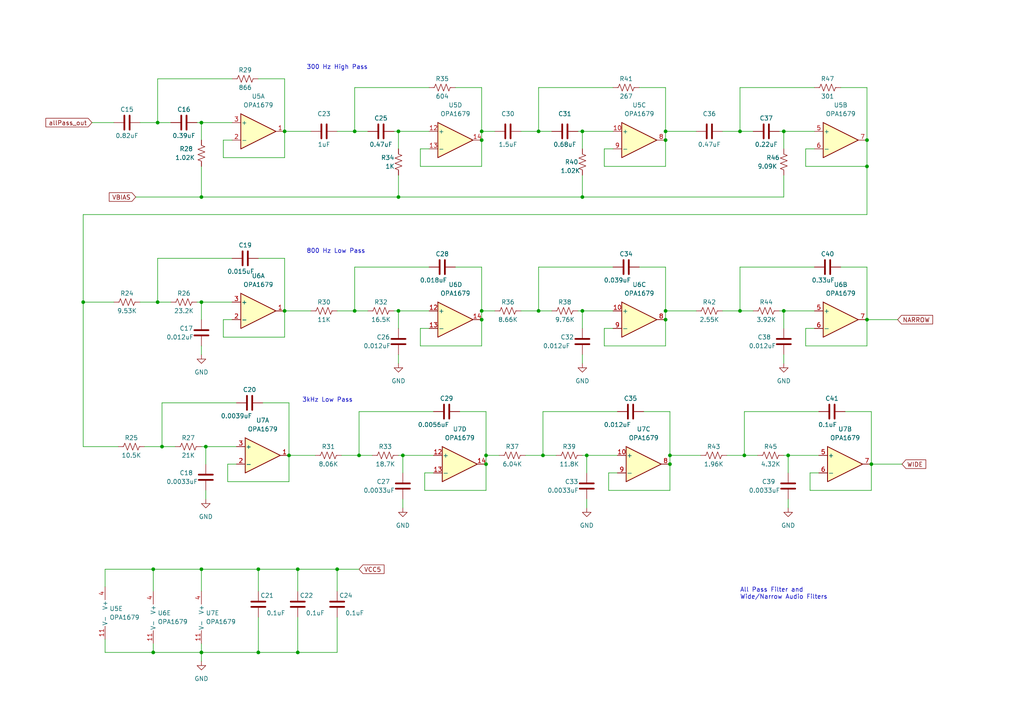
<source format=kicad_sch>
(kicad_sch (version 20211123) (generator eeschema)
  (paper "A4")
  (lib_symbols
    (symbol "Amplifier_Operational:OPA1679" (pin_names (offset 0.127))
      (property "Reference" "U" (at 0 5.08 0))
      (property "Value" "OPA1679" (at 0 -5.08 0))
      (symbol "OPA1679_1_1"
        (polyline (pts (xy -5.08 5.08) (xy 5.08 0) (xy -5.08 -5.08) (xy -5.08 5.08)) (stroke (width 0.254)) (fill (type background)))
        (pin output line (at 7.62 0 180) (length 2.54) (name "~") (number "1"))
        (pin input line (at -7.62 -2.54 0) (length 2.54) (name "-") (number "2"))
        (pin input line (at -7.62 2.54 0) (length 2.54) (name "+") (number "3"))
      )
      (symbol "OPA1679_2_1"
        (polyline (pts (xy -5.08 5.08) (xy 5.08 0) (xy -5.08 -5.08) (xy -5.08 5.08)) (stroke (width 0.254)) (fill (type background)))
        (pin input line (at -7.62 2.54 0) (length 2.54) (name "+") (number "5"))
        (pin input line (at -7.62 -2.54 0) (length 2.54) (name "-") (number "6"))
        (pin output line (at 7.62 0 180) (length 2.54) (name "~") (number "7"))
      )
      (symbol "OPA1679_3_1"
        (polyline (pts (xy -5.08 5.08) (xy 5.08 0) (xy -5.08 -5.08) (xy -5.08 5.08)) (stroke (width 0.254)) (fill (type background)))
        (pin input line (at -7.62 2.54 0) (length 2.54) (name "+") (number "10"))
        (pin output line (at 7.62 0 180) (length 2.54) (name "~") (number "8"))
        (pin input line (at -7.62 -2.54 0) (length 2.54) (name "-") (number "9"))
      )
      (symbol "OPA1679_4_1"
        (polyline (pts (xy -5.08 5.08) (xy 5.08 0) (xy -5.08 -5.08) (xy -5.08 5.08)) (stroke (width 0.254)) (fill (type background)))
        (pin input line (at -7.62 2.54 0) (length 2.54) (name "+") (number "12"))
        (pin input line (at -7.62 -2.54 0) (length 2.54) (name "-") (number "13"))
        (pin output line (at 7.62 0 180) (length 2.54) (name "~") (number "14"))
      )
      (symbol "OPA1679_5_1"
        (pin power_in line (at -2.54 -7.62 90) (length 3.81) (name "V-") (number "11"))
        (pin power_in line (at -2.54 7.62 270) (length 3.81) (name "V+") (number "4"))
      )
    )
    (symbol "Device:C" (pin_numbers hide) (pin_names (offset 0.254))
      (property "Reference" "C" (at 0.635 2.54 0))
      (property "Value" "C" (at 0.635 -2.54 0))
      (symbol "C_0_1"
        (polyline (pts (xy -2.032 -0.762) (xy 2.032 -0.762)) (stroke (width 0.508)))
        (polyline (pts (xy -2.032 0.762) (xy 2.032 0.762)) (stroke (width 0.508)))
      )
      (symbol "C_1_1"
        (pin passive line (at 0 3.81 270) (length 2.794) (name "~") (number "1"))
        (pin passive line (at 0 -3.81 90) (length 2.794) (name "~") (number "2"))
      )
    )
    (symbol "Device:R_US" (pin_numbers hide) (pin_names (offset 0))
      (property "Reference" "R" (at 2.54 0 90))
      (property "Value" "R_US" (at -2.54 0 90))
      (symbol "R_US_0_1"
        (polyline (pts (xy 0 -2.286) (xy 0 -2.54)))
        (polyline (pts (xy 0 2.286) (xy 0 2.54)))
        (polyline (pts (xy 0 -0.762) (xy 1.016 -1.143) (xy 0 -1.524) (xy -1.016 -1.905) (xy 0 -2.286)))
        (polyline (pts (xy 0 0.762) (xy 1.016 0.381) (xy 0 0) (xy -1.016 -0.381) (xy 0 -0.762)))
        (polyline (pts (xy 0 2.286) (xy 1.016 1.905) (xy 0 1.524) (xy -1.016 1.143) (xy 0 0.762)))
      )
      (symbol "R_US_1_1"
        (pin passive line (at 0 3.81 270) (length 1.27) (name "~") (number "1"))
        (pin passive line (at 0 -3.81 90) (length 1.27) (name "~") (number "2"))
      )
    )
    (symbol "power:GND" (power) (pin_names (offset 0))
      (property "Value" "GND" (at 0 -3.81 0))
      (symbol "GND_0_1"
        (polyline (pts (xy 0 0) (xy 0 -1.27) (xy 1.27 -1.27) (xy 0 -2.54) (xy -1.27 -1.27) (xy 0 -1.27)))
      )
      (symbol "GND_1_1"
        (pin power_in line (at 0 0 270) (length 0) hide (name "GND") (number "1"))
      )
    )
  )
  (junction (at 168.91 38.1))
  (junction (at 228.6 132.08))
  (junction (at 227.33 90.17))
  (junction (at 194.31 132.08))
  (junction (at 45.72 87.63))
  (junction (at 44.45 165.1))
  (junction (at 140.97 132.08))
  (junction (at 44.45 189.23))
  (junction (at 115.57 38.1))
  (junction (at 168.91 90.17))
  (junction (at 227.33 38.1))
  (junction (at 193.04 40.64))
  (junction (at 59.69 129.54))
  (junction (at 193.04 38.1))
  (junction (at 74.93 189.23))
  (junction (at 46.99 129.54))
  (junction (at 58.42 189.23))
  (junction (at 214.63 38.1))
  (junction (at 115.57 90.17))
  (junction (at 251.46 40.64))
  (junction (at 82.55 38.1))
  (junction (at 157.48 132.08))
  (junction (at 115.57 57.15))
  (junction (at 252.73 134.62))
  (junction (at 86.36 189.23))
  (junction (at 83.82 132.08))
  (junction (at 86.36 165.1))
  (junction (at 116.84 132.08))
  (junction (at 156.21 90.17))
  (junction (at 193.04 90.17))
  (junction (at 24.13 87.63))
  (junction (at 102.87 90.17))
  (junction (at 74.93 165.1))
  (junction (at 58.42 57.15))
  (junction (at 194.31 134.62))
  (junction (at 214.63 90.17))
  (junction (at 168.91 57.15))
  (junction (at 139.7 40.64))
  (junction (at 58.42 165.1))
  (junction (at 193.04 92.71))
  (junction (at 139.7 92.71))
  (junction (at 139.7 38.1))
  (junction (at 140.97 134.62))
  (junction (at 58.42 35.56))
  (junction (at 215.9 132.08))
  (junction (at 58.42 87.63))
  (junction (at 102.87 38.1))
  (junction (at 139.7 90.17))
  (junction (at 82.55 90.17))
  (junction (at 170.18 132.08))
  (junction (at 156.21 38.1))
  (junction (at 45.72 35.56))
  (junction (at 251.46 92.71))
  (junction (at 251.46 48.26))
  (junction (at 97.79 165.1))
  (junction (at 104.14 132.08))
  (wire (pts (xy 83.82 116.84) (xy 83.82 132.08)))
  (wire (pts (xy 82.55 38.1) (xy 90.17 38.1)))
  (wire (pts (xy 193.04 38.1) (xy 201.93 38.1)))
  (wire (pts (xy 104.14 119.38) (xy 104.14 132.08)))
  (wire (pts (xy 82.55 97.79) (xy 82.55 90.17)))
  (wire (pts (xy 45.72 35.56) (xy 49.53 35.56)))
  (wire (pts (xy 44.45 186.69) (xy 44.45 189.23)))
  (wire (pts (xy 140.97 134.62) (xy 140.97 142.24)))
  (wire (pts (xy 236.22 95.25) (xy 233.68 95.25)))
  (wire (pts (xy 115.57 102.87) (xy 115.57 105.41)))
  (wire (pts (xy 214.63 38.1) (xy 218.44 38.1)))
  (wire (pts (xy 24.13 87.63) (xy 24.13 129.54)))
  (wire (pts (xy 176.53 142.24) (xy 194.31 142.24)))
  (wire (pts (xy 58.42 57.15) (xy 115.57 57.15)))
  (wire (pts (xy 193.04 90.17) (xy 201.93 90.17)))
  (wire (pts (xy 64.77 40.64) (xy 64.77 45.72)))
  (wire (pts (xy 104.14 132.08) (xy 107.95 132.08)))
  (wire (pts (xy 167.64 90.17) (xy 168.91 90.17)))
  (wire (pts (xy 125.73 119.38) (xy 104.14 119.38)))
  (wire (pts (xy 168.91 50.8) (xy 168.91 57.15)))
  (wire (pts (xy 243.84 77.47) (xy 251.46 77.47)))
  (wire (pts (xy 215.9 132.08) (xy 219.71 132.08)))
  (wire (pts (xy 251.46 62.23) (xy 24.13 62.23)))
  (wire (pts (xy 30.48 165.1) (xy 44.45 165.1)))
  (wire (pts (xy 175.26 43.18) (xy 175.26 48.26)))
  (wire (pts (xy 194.31 134.62) (xy 194.31 142.24)))
  (wire (pts (xy 40.64 87.63) (xy 45.72 87.63)))
  (wire (pts (xy 193.04 40.64) (xy 193.04 48.26)))
  (wire (pts (xy 74.93 165.1) (xy 86.36 165.1)))
  (wire (pts (xy 170.18 132.08) (xy 179.07 132.08)))
  (wire (pts (xy 115.57 132.08) (xy 116.84 132.08)))
  (wire (pts (xy 139.7 90.17) (xy 143.51 90.17)))
  (wire (pts (xy 243.84 25.4) (xy 251.46 25.4)))
  (wire (pts (xy 41.91 129.54) (xy 46.99 129.54)))
  (wire (pts (xy 116.84 132.08) (xy 116.84 137.16)))
  (wire (pts (xy 139.7 90.17) (xy 139.7 92.71)))
  (wire (pts (xy 45.72 74.93) (xy 45.72 87.63)))
  (wire (pts (xy 214.63 25.4) (xy 214.63 38.1)))
  (wire (pts (xy 45.72 87.63) (xy 49.53 87.63)))
  (wire (pts (xy 156.21 25.4) (xy 156.21 38.1)))
  (wire (pts (xy 86.36 189.23) (xy 97.79 189.23)))
  (wire (pts (xy 194.31 119.38) (xy 194.31 132.08)))
  (wire (pts (xy 227.33 50.8) (xy 227.33 57.15)))
  (wire (pts (xy 115.57 90.17) (xy 124.46 90.17)))
  (wire (pts (xy 193.04 38.1) (xy 193.04 40.64)))
  (wire (pts (xy 156.21 38.1) (xy 160.02 38.1)))
  (wire (pts (xy 251.46 25.4) (xy 251.46 40.64)))
  (wire (pts (xy 124.46 25.4) (xy 102.87 25.4)))
  (wire (pts (xy 177.8 77.47) (xy 156.21 77.47)))
  (wire (pts (xy 124.46 95.25) (xy 121.92 95.25)))
  (wire (pts (xy 115.57 57.15) (xy 168.91 57.15)))
  (wire (pts (xy 102.87 90.17) (xy 106.68 90.17)))
  (wire (pts (xy 177.8 95.25) (xy 175.26 95.25)))
  (wire (pts (xy 252.73 119.38) (xy 252.73 134.62)))
  (wire (pts (xy 228.6 132.08) (xy 237.49 132.08)))
  (wire (pts (xy 170.18 144.78) (xy 170.18 147.32)))
  (wire (pts (xy 67.31 92.71) (xy 64.77 92.71)))
  (wire (pts (xy 58.42 87.63) (xy 58.42 92.71)))
  (wire (pts (xy 157.48 119.38) (xy 157.48 132.08)))
  (wire (pts (xy 58.42 48.26) (xy 58.42 57.15)))
  (wire (pts (xy 114.3 90.17) (xy 115.57 90.17)))
  (wire (pts (xy 157.48 132.08) (xy 161.29 132.08)))
  (wire (pts (xy 177.8 25.4) (xy 156.21 25.4)))
  (wire (pts (xy 175.26 95.25) (xy 175.26 100.33)))
  (wire (pts (xy 236.22 25.4) (xy 214.63 25.4)))
  (wire (pts (xy 30.48 170.18) (xy 30.48 165.1)))
  (wire (pts (xy 139.7 92.71) (xy 139.7 100.33)))
  (wire (pts (xy 83.82 139.7) (xy 83.82 132.08)))
  (wire (pts (xy 139.7 25.4) (xy 139.7 38.1)))
  (wire (pts (xy 168.91 57.15) (xy 227.33 57.15)))
  (wire (pts (xy 74.93 74.93) (xy 82.55 74.93)))
  (wire (pts (xy 57.15 35.56) (xy 58.42 35.56)))
  (wire (pts (xy 133.35 119.38) (xy 140.97 119.38)))
  (wire (pts (xy 228.6 132.08) (xy 228.6 137.16)))
  (wire (pts (xy 82.55 45.72) (xy 82.55 38.1)))
  (wire (pts (xy 252.73 134.62) (xy 261.62 134.62)))
  (wire (pts (xy 45.72 22.86) (xy 45.72 35.56)))
  (wire (pts (xy 58.42 165.1) (xy 74.93 165.1)))
  (wire (pts (xy 76.2 116.84) (xy 83.82 116.84)))
  (wire (pts (xy 68.58 116.84) (xy 46.99 116.84)))
  (wire (pts (xy 40.64 35.56) (xy 45.72 35.56)))
  (wire (pts (xy 44.45 165.1) (xy 58.42 165.1)))
  (wire (pts (xy 193.04 25.4) (xy 193.04 38.1)))
  (wire (pts (xy 170.18 132.08) (xy 170.18 137.16)))
  (wire (pts (xy 167.64 38.1) (xy 168.91 38.1)))
  (wire (pts (xy 185.42 77.47) (xy 193.04 77.47)))
  (wire (pts (xy 124.46 43.18) (xy 121.92 43.18)))
  (wire (pts (xy 67.31 22.86) (xy 45.72 22.86)))
  (wire (pts (xy 39.37 57.15) (xy 58.42 57.15)))
  (wire (pts (xy 44.45 171.45) (xy 44.45 165.1)))
  (wire (pts (xy 46.99 116.84) (xy 46.99 129.54)))
  (wire (pts (xy 24.13 62.23) (xy 24.13 87.63)))
  (wire (pts (xy 179.07 119.38) (xy 157.48 119.38)))
  (wire (pts (xy 234.95 137.16) (xy 234.95 142.24)))
  (wire (pts (xy 116.84 144.78) (xy 116.84 147.32)))
  (wire (pts (xy 151.13 38.1) (xy 156.21 38.1)))
  (wire (pts (xy 86.36 179.07) (xy 86.36 189.23)))
  (wire (pts (xy 74.93 179.07) (xy 74.93 189.23)))
  (wire (pts (xy 251.46 92.71) (xy 251.46 100.33)))
  (wire (pts (xy 64.77 45.72) (xy 82.55 45.72)))
  (wire (pts (xy 121.92 100.33) (xy 139.7 100.33)))
  (wire (pts (xy 58.42 189.23) (xy 74.93 189.23)))
  (wire (pts (xy 102.87 77.47) (xy 102.87 90.17)))
  (wire (pts (xy 139.7 40.64) (xy 139.7 48.26)))
  (wire (pts (xy 234.95 142.24) (xy 252.73 142.24)))
  (wire (pts (xy 59.69 129.54) (xy 68.58 129.54)))
  (wire (pts (xy 82.55 90.17) (xy 90.17 90.17)))
  (wire (pts (xy 156.21 77.47) (xy 156.21 90.17)))
  (wire (pts (xy 97.79 165.1) (xy 104.14 165.1)))
  (wire (pts (xy 58.42 100.33) (xy 58.42 102.87)))
  (wire (pts (xy 82.55 22.86) (xy 82.55 38.1)))
  (wire (pts (xy 58.42 87.63) (xy 67.31 87.63)))
  (wire (pts (xy 123.19 142.24) (xy 140.97 142.24)))
  (wire (pts (xy 227.33 38.1) (xy 236.22 38.1)))
  (wire (pts (xy 186.69 119.38) (xy 194.31 119.38)))
  (wire (pts (xy 102.87 38.1) (xy 106.68 38.1)))
  (wire (pts (xy 151.13 90.17) (xy 156.21 90.17)))
  (wire (pts (xy 44.45 189.23) (xy 58.42 189.23)))
  (wire (pts (xy 185.42 25.4) (xy 193.04 25.4)))
  (wire (pts (xy 121.92 48.26) (xy 139.7 48.26)))
  (wire (pts (xy 97.79 189.23) (xy 97.79 179.07)))
  (wire (pts (xy 140.97 132.08) (xy 144.78 132.08)))
  (wire (pts (xy 121.92 95.25) (xy 121.92 100.33)))
  (wire (pts (xy 58.42 35.56) (xy 58.42 40.64)))
  (wire (pts (xy 59.69 142.24) (xy 59.69 144.78)))
  (wire (pts (xy 140.97 132.08) (xy 140.97 134.62)))
  (wire (pts (xy 30.48 185.42) (xy 30.48 189.23)))
  (wire (pts (xy 156.21 90.17) (xy 160.02 90.17)))
  (wire (pts (xy 179.07 137.16) (xy 176.53 137.16)))
  (wire (pts (xy 86.36 165.1) (xy 86.36 171.45)))
  (wire (pts (xy 194.31 132.08) (xy 203.2 132.08)))
  (wire (pts (xy 24.13 129.54) (xy 34.29 129.54)))
  (wire (pts (xy 152.4 132.08) (xy 157.48 132.08)))
  (wire (pts (xy 115.57 50.8) (xy 115.57 57.15)))
  (wire (pts (xy 168.91 90.17) (xy 177.8 90.17)))
  (wire (pts (xy 233.68 43.18) (xy 233.68 48.26)))
  (wire (pts (xy 227.33 38.1) (xy 227.33 43.18)))
  (wire (pts (xy 226.06 90.17) (xy 227.33 90.17)))
  (wire (pts (xy 209.55 90.17) (xy 214.63 90.17)))
  (wire (pts (xy 74.93 189.23) (xy 86.36 189.23)))
  (wire (pts (xy 168.91 38.1) (xy 177.8 38.1)))
  (wire (pts (xy 74.93 165.1) (xy 74.93 171.45)))
  (wire (pts (xy 193.04 77.47) (xy 193.04 90.17)))
  (wire (pts (xy 67.31 74.93) (xy 45.72 74.93)))
  (wire (pts (xy 83.82 132.08) (xy 91.44 132.08)))
  (wire (pts (xy 251.46 77.47) (xy 251.46 92.71)))
  (wire (pts (xy 226.06 38.1) (xy 227.33 38.1)))
  (wire (pts (xy 30.48 189.23) (xy 44.45 189.23)))
  (wire (pts (xy 99.06 132.08) (xy 104.14 132.08)))
  (wire (pts (xy 64.77 92.71) (xy 64.77 97.79)))
  (wire (pts (xy 132.08 25.4) (xy 139.7 25.4)))
  (wire (pts (xy 214.63 90.17) (xy 218.44 90.17)))
  (wire (pts (xy 227.33 90.17) (xy 236.22 90.17)))
  (wire (pts (xy 26.67 35.56) (xy 33.02 35.56)))
  (wire (pts (xy 139.7 77.47) (xy 139.7 90.17)))
  (wire (pts (xy 228.6 144.78) (xy 228.6 147.32)))
  (wire (pts (xy 97.79 38.1) (xy 102.87 38.1)))
  (wire (pts (xy 227.33 90.17) (xy 227.33 95.25)))
  (wire (pts (xy 124.46 77.47) (xy 102.87 77.47)))
  (wire (pts (xy 121.92 43.18) (xy 121.92 48.26)))
  (wire (pts (xy 59.69 129.54) (xy 59.69 134.62)))
  (wire (pts (xy 86.36 165.1) (xy 97.79 165.1)))
  (wire (pts (xy 115.57 90.17) (xy 115.57 95.25)))
  (wire (pts (xy 57.15 87.63) (xy 58.42 87.63)))
  (wire (pts (xy 123.19 137.16) (xy 123.19 142.24)))
  (wire (pts (xy 58.42 189.23) (xy 58.42 191.77)))
  (wire (pts (xy 115.57 38.1) (xy 115.57 43.18)))
  (wire (pts (xy 58.42 186.69) (xy 58.42 189.23)))
  (wire (pts (xy 227.33 102.87) (xy 227.33 105.41)))
  (wire (pts (xy 252.73 134.62) (xy 252.73 142.24)))
  (wire (pts (xy 114.3 38.1) (xy 115.57 38.1)))
  (wire (pts (xy 132.08 77.47) (xy 139.7 77.47)))
  (wire (pts (xy 102.87 25.4) (xy 102.87 38.1)))
  (wire (pts (xy 116.84 132.08) (xy 125.73 132.08)))
  (wire (pts (xy 215.9 119.38) (xy 215.9 132.08)))
  (wire (pts (xy 237.49 119.38) (xy 215.9 119.38)))
  (wire (pts (xy 68.58 134.62) (xy 66.04 134.62)))
  (wire (pts (xy 125.73 137.16) (xy 123.19 137.16)))
  (wire (pts (xy 74.93 22.86) (xy 82.55 22.86)))
  (wire (pts (xy 175.26 48.26) (xy 193.04 48.26)))
  (wire (pts (xy 58.42 129.54) (xy 59.69 129.54)))
  (wire (pts (xy 233.68 48.26) (xy 251.46 48.26)))
  (wire (pts (xy 115.57 38.1) (xy 124.46 38.1)))
  (wire (pts (xy 46.99 129.54) (xy 50.8 129.54)))
  (wire (pts (xy 24.13 87.63) (xy 33.02 87.63)))
  (wire (pts (xy 140.97 119.38) (xy 140.97 132.08)))
  (wire (pts (xy 97.79 90.17) (xy 102.87 90.17)))
  (wire (pts (xy 193.04 90.17) (xy 193.04 92.71)))
  (wire (pts (xy 233.68 95.25) (xy 233.68 100.33)))
  (wire (pts (xy 168.91 102.87) (xy 168.91 105.41)))
  (wire (pts (xy 175.26 100.33) (xy 193.04 100.33)))
  (wire (pts (xy 251.46 40.64) (xy 251.46 48.26)))
  (wire (pts (xy 82.55 74.93) (xy 82.55 90.17)))
  (wire (pts (xy 139.7 38.1) (xy 139.7 40.64)))
  (wire (pts (xy 245.11 119.38) (xy 252.73 119.38)))
  (wire (pts (xy 233.68 100.33) (xy 251.46 100.33)))
  (wire (pts (xy 67.31 40.64) (xy 64.77 40.64)))
  (wire (pts (xy 193.04 92.71) (xy 193.04 100.33)))
  (wire (pts (xy 66.04 134.62) (xy 66.04 139.7)))
  (wire (pts (xy 237.49 137.16) (xy 234.95 137.16)))
  (wire (pts (xy 236.22 43.18) (xy 233.68 43.18)))
  (wire (pts (xy 58.42 35.56) (xy 67.31 35.56)))
  (wire (pts (xy 168.91 38.1) (xy 168.91 43.18)))
  (wire (pts (xy 210.82 132.08) (xy 215.9 132.08)))
  (wire (pts (xy 214.63 77.47) (xy 214.63 90.17)))
  (wire (pts (xy 177.8 43.18) (xy 175.26 43.18)))
  (wire (pts (xy 168.91 90.17) (xy 168.91 95.25)))
  (wire (pts (xy 139.7 38.1) (xy 143.51 38.1)))
  (wire (pts (xy 176.53 137.16) (xy 176.53 142.24)))
  (wire (pts (xy 64.77 97.79) (xy 82.55 97.79)))
  (wire (pts (xy 227.33 132.08) (xy 228.6 132.08)))
  (wire (pts (xy 251.46 92.71) (xy 260.35 92.71)))
  (wire (pts (xy 66.04 139.7) (xy 83.82 139.7)))
  (wire (pts (xy 209.55 38.1) (xy 214.63 38.1)))
  (wire (pts (xy 97.79 165.1) (xy 97.79 171.45)))
  (wire (pts (xy 58.42 171.45) (xy 58.42 165.1)))
  (wire (pts (xy 251.46 48.26) (xy 251.46 62.23)))
  (wire (pts (xy 168.91 132.08) (xy 170.18 132.08)))
  (wire (pts (xy 194.31 132.08) (xy 194.31 134.62)))
  (wire (pts (xy 236.22 77.47) (xy 214.63 77.47)))
  (text "All Pass Filter and\nWide/Narrow Audio Filters" (at 214.63 173.99 0) (effects (font (size 1.27 1.27)) (justify left bottom)))
  (text "3kHz Low Pass" (at 87.63 116.84 0) (effects (font (size 1.27 1.27)) (justify left bottom)))
  (text "300 Hz High Pass" (at 88.9 20.32 0) (effects (font (size 1.27 1.27)) (justify left bottom)))
  (text "800 Hz Low Pass" (at 88.9 73.66 0) (effects (font (size 1.27 1.27)) (justify left bottom)))
  (global_label "NARROW" (shape input) (at 260.35 92.71 0) (property "Intersheet References" "${INTERSHEET_REFS}" (effects hide)))
  (global_label "allPass_out" (shape input) (at 26.67 35.56 180) (property "Intersheet References" "${INTERSHEET_REFS}" (effects hide)))
  (global_label "VBIAS" (shape input) (at 39.37 57.15 180) (property "Intersheet References" "${INTERSHEET_REFS}" (effects hide)))
  (global_label "VCC5" (shape input) (at 104.14 165.1 0) (property "Intersheet References" "${INTERSHEET_REFS}" (effects hide)))
  (global_label "WIDE" (shape input) (at 261.62 134.62 0) (property "Intersheet References" "${INTERSHEET_REFS}" (effects hide)))
  (symbol (lib_id "Device:C") (at 227.33 99.06 0) (unit 1)
    (property "Reference" "C38" (at 219.71 97.79 0) (effects (justify left)))
    (property "Value" "0.012uF" (at 217.17 100.33 0) (effects (justify left)))
    (property "Footprint" "Capacitor_SMD:C_0603_1608Metric_Pad1.08x0.95mm_HandSolder" (effects hide))
  )
  (symbol (lib_id "power:GND") (at 58.42 102.87 0) (unit 1)
    (property "Reference" "#PWR012" (effects hide))
    (property "Value" "GND" (at 58.42 107.95 0))
  )
  (symbol (lib_id "Device:R_US") (at 223.52 132.08 90) (unit 1)
    (property "Reference" "R45" (at 223.52 129.54 90))
    (property "Value" "4.32K" (at 223.52 134.62 90))
    (property "Footprint" "Resistor_SMD:R_0603_1608Metric_Pad0.98x0.95mm_HandSolder" (effects hide))
  )
  (symbol (lib_id "Device:R_US") (at 95.25 132.08 90) (unit 1)
    (property "Reference" "R31" (at 95.25 129.54 90))
    (property "Value" "8.06K" (at 95.25 134.62 90))
    (property "Footprint" "Resistor_SMD:R_0603_1608Metric_Pad0.98x0.95mm_HandSolder" (effects hide))
  )
  (symbol (lib_id "Amplifier_Operational:OPA1679") (at 185.42 40.64 0) (unit 3)
    (property "Reference" "U5" (at 185.42 30.48 0))
    (property "Value" "OPA1679" (at 185.42 33.02 0))
    (property "Footprint" "Package_SO:SOIC-14_3.9x8.7mm_P1.27mm" (effects hide))
    (property "Datasheet" "http://www.ti.com/lit/ds/symlink/opa1678.pdf" (effects hide))
  )
  (symbol (lib_id "Device:R_US") (at 147.32 90.17 90) (unit 1)
    (property "Reference" "R36" (at 147.32 87.63 90))
    (property "Value" "8.66K" (at 147.32 92.71 90))
    (property "Footprint" "Resistor_SMD:R_0603_1608Metric_Pad0.98x0.95mm_HandSolder" (effects hide))
  )
  (symbol (lib_id "Amplifier_Operational:OPA1679") (at 46.99 179.07 0) (unit 5)
    (property "Reference" "U6" (at 45.72 177.7999 0) (effects (justify left)))
    (property "Value" "OPA1679" (at 45.72 180.3399 0) (effects (justify left)))
    (property "Datasheet" "http://www.ti.com/lit/ds/symlink/opa1678.pdf" (effects hide))
  )
  (symbol (lib_id "Device:C") (at 228.6 140.97 0) (unit 1)
    (property "Reference" "C39" (at 220.98 139.7 0) (effects (justify left)))
    (property "Value" "0.0033uF" (at 217.17 142.24 0) (effects (justify left)))
    (property "Footprint" "Capacitor_SMD:C_0603_1608Metric_Pad1.08x0.95mm_HandSolder" (effects hide))
  )
  (symbol (lib_id "Amplifier_Operational:OPA1679") (at 133.35 134.62 0) (unit 4)
    (property "Reference" "U7" (at 133.35 124.46 0))
    (property "Value" "OPA1679" (at 133.35 127 0))
    (property "Footprint" "Package_SO:SOIC-14_3.9x8.7mm_P1.27mm" (effects hide))
    (property "Datasheet" "http://www.ti.com/lit/ds/symlink/opa1678.pdf" (effects hide))
  )
  (symbol (lib_id "Device:R_US") (at 115.57 46.99 180) (unit 1)
    (property "Reference" "R34" (at 110.49 45.72 0) (effects (justify right)))
    (property "Value" "1K" (at 111.76 48.26 0) (effects (justify right)))
    (property "Footprint" "Resistor_SMD:R_0603_1608Metric_Pad0.98x0.95mm_HandSolder" (effects hide))
  )
  (symbol (lib_id "Device:R_US") (at 38.1 129.54 90) (unit 1)
    (property "Reference" "R25" (at 38.1 127 90))
    (property "Value" "10.5K" (at 38.1 132.08 90))
    (property "Footprint" "Resistor_SMD:R_0603_1608Metric_Pad0.98x0.95mm_HandSolder" (effects hide))
  )
  (symbol (lib_id "Device:C") (at 72.39 116.84 90) (unit 1)
    (property "Reference" "C20" (at 72.39 113.03 90))
    (property "Value" "0.0039uF" (at 68.58 120.65 90))
    (property "Footprint" "Capacitor_SMD:C_0603_1608Metric_Pad1.08x0.95mm_HandSolder" (effects hide))
  )
  (symbol (lib_id "Device:C") (at 181.61 77.47 90) (unit 1)
    (property "Reference" "C34" (at 181.61 73.66 90))
    (property "Value" "0.039uF" (at 179.07 81.28 90))
    (property "Footprint" "Capacitor_SMD:C_0603_1608Metric_Pad1.08x0.95mm_HandSolder" (effects hide))
  )
  (symbol (lib_id "Device:R_US") (at 163.83 90.17 90) (unit 1)
    (property "Reference" "R38" (at 163.83 87.63 90))
    (property "Value" "9.76K" (at 163.83 92.71 90))
    (property "Footprint" "Resistor_SMD:R_0603_1608Metric_Pad0.98x0.95mm_HandSolder" (effects hide))
  )
  (symbol (lib_id "power:GND") (at 116.84 147.32 0) (unit 1)
    (property "Reference" "#PWR016" (effects hide))
    (property "Value" "GND" (at 116.84 152.4 0))
  )
  (symbol (lib_id "power:GND") (at 59.69 144.78 0) (unit 1)
    (property "Reference" "#PWR014" (effects hide))
    (property "Value" "GND" (at 59.69 149.86 0))
  )
  (symbol (lib_id "Device:R_US") (at 128.27 25.4 90) (unit 1)
    (property "Reference" "R35" (at 128.27 22.86 90))
    (property "Value" "604" (at 128.27 27.94 90))
    (property "Footprint" "Resistor_SMD:R_0603_1608Metric_Pad0.98x0.95mm_HandSolder" (effects hide))
  )
  (symbol (lib_id "Device:R_US") (at 222.25 90.17 90) (unit 1)
    (property "Reference" "R44" (at 222.25 87.63 90))
    (property "Value" "3.92K" (at 222.25 92.71 90))
    (property "Footprint" "Resistor_SMD:R_0603_1608Metric_Pad0.98x0.95mm_HandSolder" (effects hide))
  )
  (symbol (lib_id "Device:C") (at 93.98 38.1 90) (unit 1)
    (property "Reference" "C23" (at 93.98 33.02 90))
    (property "Value" "1uF" (at 93.98 41.91 90))
    (property "Footprint" "Capacitor_SMD:C_0603_1608Metric_Pad1.08x0.95mm_HandSolder" (effects hide))
  )
  (symbol (lib_id "power:GND") (at 227.33 105.41 0) (unit 1)
    (property "Reference" "#PWR019" (effects hide))
    (property "Value" "GND" (at 227.33 110.49 0))
  )
  (symbol (lib_id "Device:C") (at 182.88 119.38 90) (unit 1)
    (property "Reference" "C35" (at 182.88 115.57 90))
    (property "Value" "0.012uF" (at 179.07 123.19 90))
    (property "Footprint" "Capacitor_SMD:C_0603_1608Metric_Pad1.08x0.95mm_HandSolder" (effects hide))
  )
  (symbol (lib_id "Device:R_US") (at 36.83 87.63 90) (unit 1)
    (property "Reference" "R24" (at 36.83 85.09 90))
    (property "Value" "9.53K" (at 36.83 90.17 90))
    (property "Footprint" "Resistor_SMD:R_0603_1608Metric_Pad0.98x0.95mm_HandSolder" (effects hide))
  )
  (symbol (lib_id "Device:R_US") (at 168.91 46.99 180) (unit 1)
    (property "Reference" "R40" (at 163.83 46.99 0) (effects (justify right)))
    (property "Value" "1.02K" (at 162.56 49.53 0) (effects (justify right)))
    (property "Footprint" "Resistor_SMD:R_0603_1608Metric_Pad0.98x0.95mm_HandSolder" (effects hide))
  )
  (symbol (lib_id "Device:C") (at 168.91 99.06 0) (unit 1)
    (property "Reference" "C32" (at 162.56 97.79 0) (effects (justify left)))
    (property "Value" "0.012uF" (at 157.48 100.33 0) (effects (justify left)))
    (property "Footprint" "Capacitor_SMD:C_0603_1608Metric_Pad1.08x0.95mm_HandSolder" (effects hide))
  )
  (symbol (lib_id "Device:R_US") (at 111.76 132.08 90) (unit 1)
    (property "Reference" "R33" (at 111.76 129.54 90))
    (property "Value" "18.7K" (at 111.76 134.62 90))
    (property "Footprint" "Resistor_SMD:R_0603_1608Metric_Pad0.98x0.95mm_HandSolder" (effects hide))
  )
  (symbol (lib_id "Device:C") (at 58.42 96.52 0) (unit 1)
    (property "Reference" "C17" (at 52.07 95.25 0) (effects (justify left)))
    (property "Value" "0.012uF" (at 48.26 97.79 0) (effects (justify left)))
    (property "Footprint" "Capacitor_SMD:C_0603_1608Metric_Pad1.08x0.95mm_HandSolder" (effects hide))
  )
  (symbol (lib_id "Amplifier_Operational:OPA1679") (at 74.93 38.1 0) (unit 1)
    (property "Reference" "U5" (at 74.93 27.94 0))
    (property "Value" "OPA1679" (at 74.93 30.48 0))
    (property "Footprint" "Package_SO:SOIC-14_3.9x8.7mm_P1.27mm" (effects hide))
    (property "Datasheet" "http://www.ti.com/lit/ds/symlink/opa1678.pdf" (effects hide))
  )
  (symbol (lib_id "Device:R_US") (at 181.61 25.4 90) (unit 1)
    (property "Reference" "R41" (at 181.61 22.86 90))
    (property "Value" "267" (at 181.61 27.94 90))
    (property "Footprint" "Resistor_SMD:R_0603_1608Metric_Pad0.98x0.95mm_HandSolder" (effects hide))
  )
  (symbol (lib_id "Amplifier_Operational:OPA1679") (at 185.42 92.71 0) (unit 3)
    (property "Reference" "U6" (at 185.42 82.55 0))
    (property "Value" "OPA1679" (at 185.42 85.09 0))
    (property "Footprint" "Package_SO:SOIC-14_3.9x8.7mm_P1.27mm" (effects hide))
    (property "Datasheet" "http://www.ti.com/lit/ds/symlink/opa1678.pdf" (effects hide))
  )
  (symbol (lib_id "Device:C") (at 205.74 38.1 90) (unit 1)
    (property "Reference" "C36" (at 205.74 33.02 90))
    (property "Value" "0.47uF" (at 205.74 41.91 90))
    (property "Footprint" "Capacitor_SMD:C_0603_1608Metric_Pad1.08x0.95mm_HandSolder" (effects hide))
  )
  (symbol (lib_id "Device:R_US") (at 54.61 129.54 90) (unit 1)
    (property "Reference" "R27" (at 54.61 127 90))
    (property "Value" "21K" (at 54.61 132.08 90))
    (property "Footprint" "Resistor_SMD:R_0603_1608Metric_Pad0.98x0.95mm_HandSolder" (effects hide))
  )
  (symbol (lib_id "power:GND") (at 168.91 105.41 0) (unit 1)
    (property "Reference" "#PWR017" (effects hide))
    (property "Value" "GND" (at 168.91 110.49 0))
  )
  (symbol (lib_id "Device:C") (at 74.93 175.26 180) (unit 1)
    (property "Reference" "C21" (at 77.47 172.72 0))
    (property "Value" "0.1uF" (at 80.01 177.8 0))
    (property "Footprint" "Capacitor_SMD:C_0603_1608Metric_Pad1.08x0.95mm_HandSolder" (effects hide))
  )
  (symbol (lib_id "Device:R_US") (at 165.1 132.08 90) (unit 1)
    (property "Reference" "R39" (at 165.1 129.54 90))
    (property "Value" "11.8K" (at 165.1 134.62 90))
    (property "Footprint" "Resistor_SMD:R_0603_1608Metric_Pad0.98x0.95mm_HandSolder" (effects hide))
  )
  (symbol (lib_id "Device:C") (at 53.34 35.56 90) (unit 1)
    (property "Reference" "C16" (at 53.34 31.75 90))
    (property "Value" "0.39uF" (at 53.34 39.37 90))
    (property "Footprint" "Capacitor_SMD:C_0603_1608Metric_Pad1.08x0.95mm_HandSolder" (effects hide))
  )
  (symbol (lib_id "Amplifier_Operational:OPA1679") (at 243.84 40.64 0) (unit 2)
    (property "Reference" "U5" (at 243.84 30.48 0))
    (property "Value" "OPA1679" (at 243.84 33.02 0))
    (property "Footprint" "Package_SO:SOIC-14_3.9x8.7mm_P1.27mm" (effects hide))
    (property "Datasheet" "http://www.ti.com/lit/ds/symlink/opa1678.pdf" (effects hide))
  )
  (symbol (lib_id "Amplifier_Operational:OPA1679") (at 132.08 40.64 0) (unit 4)
    (property "Reference" "U5" (at 132.08 30.48 0))
    (property "Value" "OPA1679" (at 132.08 33.02 0))
    (property "Footprint" "Package_SO:SOIC-14_3.9x8.7mm_P1.27mm" (effects hide))
    (property "Datasheet" "http://www.ti.com/lit/ds/symlink/opa1678.pdf" (effects hide))
  )
  (symbol (lib_id "power:GND") (at 170.18 147.32 0) (unit 1)
    (property "Reference" "#PWR018" (effects hide))
    (property "Value" "GND" (at 170.18 152.4 0))
  )
  (symbol (lib_id "power:GND") (at 115.57 105.41 0) (unit 1)
    (property "Reference" "#PWR015" (effects hide))
    (property "Value" "GND" (at 115.57 110.49 0))
  )
  (symbol (lib_id "Device:C") (at 128.27 77.47 90) (unit 1)
    (property "Reference" "C28" (at 128.27 73.66 90))
    (property "Value" "0.018uF" (at 125.73 81.28 90))
    (property "Footprint" "Capacitor_SMD:C_0603_1608Metric_Pad1.08x0.95mm_HandSolder" (effects hide))
  )
  (symbol (lib_id "Device:R_US") (at 110.49 90.17 90) (unit 1)
    (property "Reference" "R32" (at 110.49 87.63 90))
    (property "Value" "16.5K" (at 110.49 92.71 90))
    (property "Footprint" "Resistor_SMD:R_0603_1608Metric_Pad0.98x0.95mm_HandSolder" (effects hide))
  )
  (symbol (lib_id "Amplifier_Operational:OPA1679") (at 243.84 92.71 0) (unit 2)
    (property "Reference" "U6" (at 243.84 82.55 0))
    (property "Value" "OPA1679" (at 243.84 85.09 0))
    (property "Footprint" "Package_SO:SOIC-14_3.9x8.7mm_P1.27mm" (effects hide))
    (property "Datasheet" "http://www.ti.com/lit/ds/symlink/opa1678.pdf" (effects hide))
  )
  (symbol (lib_id "power:GND") (at 228.6 147.32 0) (unit 1)
    (property "Reference" "#PWR020" (effects hide))
    (property "Value" "GND" (at 228.6 152.4 0))
  )
  (symbol (lib_id "Device:C") (at 86.36 175.26 180) (unit 1)
    (property "Reference" "C22" (at 88.9 172.72 0))
    (property "Value" "0.1uF" (at 91.44 177.8 0))
    (property "Footprint" "Capacitor_SMD:C_0603_1608Metric_Pad1.08x0.95mm_HandSolder" (effects hide))
  )
  (symbol (lib_id "Amplifier_Operational:OPA1679") (at 33.02 177.8 0) (unit 5)
    (property "Reference" "U5" (at 31.75 176.5299 0) (effects (justify left)))
    (property "Value" "OPA1679" (at 31.75 179.0699 0) (effects (justify left)))
    (property "Datasheet" "http://www.ti.com/lit/ds/symlink/opa1678.pdf" (effects hide))
  )
  (symbol (lib_id "Device:R_US") (at 71.12 22.86 90) (unit 1)
    (property "Reference" "R29" (at 71.12 20.32 90))
    (property "Value" "866" (at 71.12 25.4 90))
    (property "Footprint" "Resistor_SMD:R_0603_1608Metric_Pad0.98x0.95mm_HandSolder" (effects hide))
  )
  (symbol (lib_id "Device:C") (at 36.83 35.56 90) (unit 1)
    (property "Reference" "C15" (at 36.83 31.75 90))
    (property "Value" "0.82uF" (at 36.83 39.37 90))
    (property "Footprint" "Capacitor_SMD:C_0603_1608Metric_Pad1.08x0.95mm_HandSolder" (effects hide))
  )
  (symbol (lib_id "Amplifier_Operational:OPA1679") (at 186.69 134.62 0) (unit 3)
    (property "Reference" "U7" (at 186.69 124.46 0))
    (property "Value" "OPA1679" (at 186.69 127 0))
    (property "Footprint" "Package_SO:SOIC-14_3.9x8.7mm_P1.27mm" (effects hide))
    (property "Datasheet" "http://www.ti.com/lit/ds/symlink/opa1678.pdf" (effects hide))
  )
  (symbol (lib_id "Device:R_US") (at 58.42 44.45 180) (unit 1)
    (property "Reference" "R28" (at 52.07 43.18 0) (effects (justify right)))
    (property "Value" "1.02K" (at 50.8 45.72 0) (effects (justify right)))
    (property "Footprint" "Resistor_SMD:R_0603_1608Metric_Pad0.98x0.95mm_HandSolder" (effects hide))
  )
  (symbol (lib_id "Device:C") (at 222.25 38.1 90) (unit 1)
    (property "Reference" "C37" (at 222.25 34.29 90))
    (property "Value" "0.22uF" (at 222.25 41.91 90))
    (property "Footprint" "Capacitor_SMD:C_0603_1608Metric_Pad1.08x0.95mm_HandSolder" (effects hide))
  )
  (symbol (lib_id "Device:R_US") (at 205.74 90.17 90) (unit 1)
    (property "Reference" "R42" (at 205.74 87.63 90))
    (property "Value" "2.55K" (at 205.74 92.71 90))
    (property "Footprint" "Resistor_SMD:R_0603_1608Metric_Pad0.98x0.95mm_HandSolder" (effects hide))
  )
  (symbol (lib_id "Device:C") (at 116.84 140.97 0) (unit 1)
    (property "Reference" "C27" (at 109.22 139.7 0) (effects (justify left)))
    (property "Value" "0.0033uF" (at 105.41 142.24 0) (effects (justify left)))
    (property "Footprint" "Capacitor_SMD:C_0603_1608Metric_Pad1.08x0.95mm_HandSolder" (effects hide))
  )
  (symbol (lib_id "Device:C") (at 147.32 38.1 90) (unit 1)
    (property "Reference" "C30" (at 147.32 33.02 90))
    (property "Value" "1.5uF" (at 147.32 41.91 90))
    (property "Footprint" "Capacitor_SMD:C_0603_1608Metric_Pad1.08x0.95mm_HandSolder" (effects hide))
  )
  (symbol (lib_id "Amplifier_Operational:OPA1679") (at 60.96 179.07 0) (unit 5)
    (property "Reference" "U7" (at 59.69 177.7999 0) (effects (justify left)))
    (property "Value" "OPA1679" (at 59.69 180.3399 0) (effects (justify left)))
    (property "Datasheet" "http://www.ti.com/lit/ds/symlink/opa1678.pdf" (effects hide))
  )
  (symbol (lib_id "Device:R_US") (at 207.01 132.08 90) (unit 1)
    (property "Reference" "R43" (at 207.01 129.54 90))
    (property "Value" "1.96K" (at 207.01 134.62 90))
    (property "Footprint" "Resistor_SMD:R_0603_1608Metric_Pad0.98x0.95mm_HandSolder" (effects hide))
  )
  (symbol (lib_id "Device:C") (at 110.49 38.1 90) (unit 1)
    (property "Reference" "C25" (at 110.49 34.29 90))
    (property "Value" "0.47uF" (at 110.49 41.91 90))
    (property "Footprint" "Capacitor_SMD:C_0603_1608Metric_Pad1.08x0.95mm_HandSolder" (effects hide))
  )
  (symbol (lib_id "Amplifier_Operational:OPA1679") (at 74.93 90.17 0) (unit 1)
    (property "Reference" "U6" (at 74.93 80.01 0))
    (property "Value" "OPA1679" (at 74.93 82.55 0))
    (property "Footprint" "Package_SO:SOIC-14_3.9x8.7mm_P1.27mm" (effects hide))
    (property "Datasheet" "http://www.ti.com/lit/ds/symlink/opa1678.pdf" (effects hide))
  )
  (symbol (lib_id "Device:C") (at 170.18 140.97 0) (unit 1)
    (property "Reference" "C33" (at 163.83 139.7 0) (effects (justify left)))
    (property "Value" "0.0033uF" (at 158.75 142.24 0) (effects (justify left)))
    (property "Footprint" "Capacitor_SMD:C_0603_1608Metric_Pad1.08x0.95mm_HandSolder" (effects hide))
  )
  (symbol (lib_id "Amplifier_Operational:OPA1679") (at 245.11 134.62 0) (unit 2)
    (property "Reference" "U7" (at 245.11 124.46 0))
    (property "Value" "OPA1679" (at 245.11 127 0))
    (property "Footprint" "Package_SO:SOIC-14_3.9x8.7mm_P1.27mm" (effects hide))
    (property "Datasheet" "http://www.ti.com/lit/ds/symlink/opa1678.pdf" (effects hide))
  )
  (symbol (lib_id "Device:R_US") (at 93.98 90.17 90) (unit 1)
    (property "Reference" "R30" (at 93.98 87.63 90))
    (property "Value" "11K" (at 93.98 92.71 90))
    (property "Footprint" "Resistor_SMD:R_0603_1608Metric_Pad0.98x0.95mm_HandSolder" (effects hide))
  )
  (symbol (lib_id "Device:C") (at 240.03 77.47 90) (unit 1)
    (property "Reference" "C40" (at 240.03 73.66 90))
    (property "Value" "0.33uF" (at 238.76 81.28 90))
    (property "Footprint" "Capacitor_SMD:C_0603_1608Metric_Pad1.08x0.95mm_HandSolder" (effects hide))
  )
  (symbol (lib_id "Device:C") (at 59.69 138.43 0) (unit 1)
    (property "Reference" "C18" (at 52.07 137.16 0) (effects (justify left)))
    (property "Value" "0.0033uF" (at 48.26 139.7 0) (effects (justify left)))
    (property "Footprint" "Capacitor_SMD:C_0603_1608Metric_Pad1.08x0.95mm_HandSolder" (effects hide))
  )
  (symbol (lib_id "Device:C") (at 97.79 175.26 180) (unit 1)
    (property "Reference" "C24" (at 100.33 172.72 0))
    (property "Value" "0.1uF" (at 102.87 177.8 0))
    (property "Footprint" "Capacitor_SMD:C_0603_1608Metric_Pad1.08x0.95mm_HandSolder" (effects hide))
  )
  (symbol (lib_id "Device:C") (at 129.54 119.38 90) (unit 1)
    (property "Reference" "C29" (at 129.54 115.57 90))
    (property "Value" "0.0056uF" (at 125.73 123.19 90))
    (property "Footprint" "Capacitor_SMD:C_0603_1608Metric_Pad1.08x0.95mm_HandSolder" (effects hide))
  )
  (symbol (lib_id "Device:C") (at 71.12 74.93 90) (unit 1)
    (property "Reference" "C19" (at 71.12 71.12 90))
    (property "Value" "0.015uF" (at 69.85 78.74 90))
    (property "Footprint" "Capacitor_SMD:C_0603_1608Metric_Pad1.08x0.95mm_HandSolder" (effects hide))
  )
  (symbol (lib_id "Device:R_US") (at 227.33 46.99 180) (unit 1)
    (property "Reference" "R46" (at 222.25 45.72 0) (effects (justify right)))
    (property "Value" "9.09K" (at 219.71 48.26 0) (effects (justify right)))
    (property "Footprint" "Resistor_SMD:R_0603_1608Metric_Pad0.98x0.95mm_HandSolder" (effects hide))
  )
  (symbol (lib_id "Device:C") (at 115.57 99.06 0) (unit 1)
    (property "Reference" "C26" (at 109.22 97.79 0) (effects (justify left)))
    (property "Value" "0.012uF" (at 105.41 100.33 0) (effects (justify left)))
    (property "Footprint" "Capacitor_SMD:C_0603_1608Metric_Pad1.08x0.95mm_HandSolder" (effects hide))
  )
  (symbol (lib_id "Amplifier_Operational:OPA1679") (at 132.08 92.71 0) (unit 4)
    (property "Reference" "U6" (at 132.08 82.55 0))
    (property "Value" "OPA1679" (at 132.08 85.09 0))
    (property "Footprint" "Package_SO:SOIC-14_3.9x8.7mm_P1.27mm" (effects hide))
    (property "Datasheet" "http://www.ti.com/lit/ds/symlink/opa1678.pdf" (effects hide))
  )
  (symbol (lib_id "Device:R_US") (at 53.34 87.63 90) (unit 1)
    (property "Reference" "R26" (at 53.34 85.09 90))
    (property "Value" "23.2K" (at 53.34 90.17 90))
    (property "Footprint" "Resistor_SMD:R_0603_1608Metric_Pad0.98x0.95mm_HandSolder" (effects hide))
  )
  (symbol (lib_id "Device:R_US") (at 240.03 25.4 90) (unit 1)
    (property "Reference" "R47" (at 240.03 22.86 90))
    (property "Value" "301" (at 240.03 27.94 90))
    (property "Footprint" "Resistor_SMD:R_0603_1608Metric_Pad0.98x0.95mm_HandSolder" (effects hide))
  )
  (symbol (lib_id "Device:R_US") (at 148.59 132.08 90) (unit 1)
    (property "Reference" "R37" (at 148.59 129.54 90))
    (property "Value" "6.04K" (at 148.59 134.62 90))
    (property "Footprint" "Resistor_SMD:R_0603_1608Metric_Pad0.98x0.95mm_HandSolder" (effects hide))
  )
  (symbol (lib_id "Device:C") (at 241.3 119.38 90) (unit 1)
    (property "Reference" "C41" (at 241.3 115.57 90))
    (property "Value" "0.1uF" (at 240.03 123.19 90))
    (property "Footprint" "Capacitor_SMD:C_0603_1608Metric_Pad1.08x0.95mm_HandSolder" (effects hide))
  )
  (symbol (lib_id "power:GND") (at 58.42 191.77 0) (unit 1)
    (property "Reference" "#PWR013" (effects hide))
    (property "Value" "GND" (at 58.42 196.85 0))
  )
  (symbol (lib_id "Device:C") (at 163.83 38.1 90) (unit 1)
    (property "Reference" "C31" (at 163.83 33.02 90))
    (property "Value" "0.68uF" (at 163.83 41.91 90))
    (property "Footprint" "Capacitor_SMD:C_0603_1608Metric_Pad1.08x0.95mm_HandSolder" (effects hide))
  )
  (symbol (lib_id "Amplifier_Operational:OPA1679") (at 76.2 132.08 0) (unit 1)
    (property "Reference" "U7" (at 76.2 121.92 0))
    (property "Value" "OPA1679" (at 76.2 124.46 0))
    (property "Footprint" "Package_SO:SOIC-14_3.9x8.7mm_P1.27mm" (effects hide))
    (property "Datasheet" "http://www.ti.com/lit/ds/symlink/opa1678.pdf" (effects hide))
  )
)
</source>
